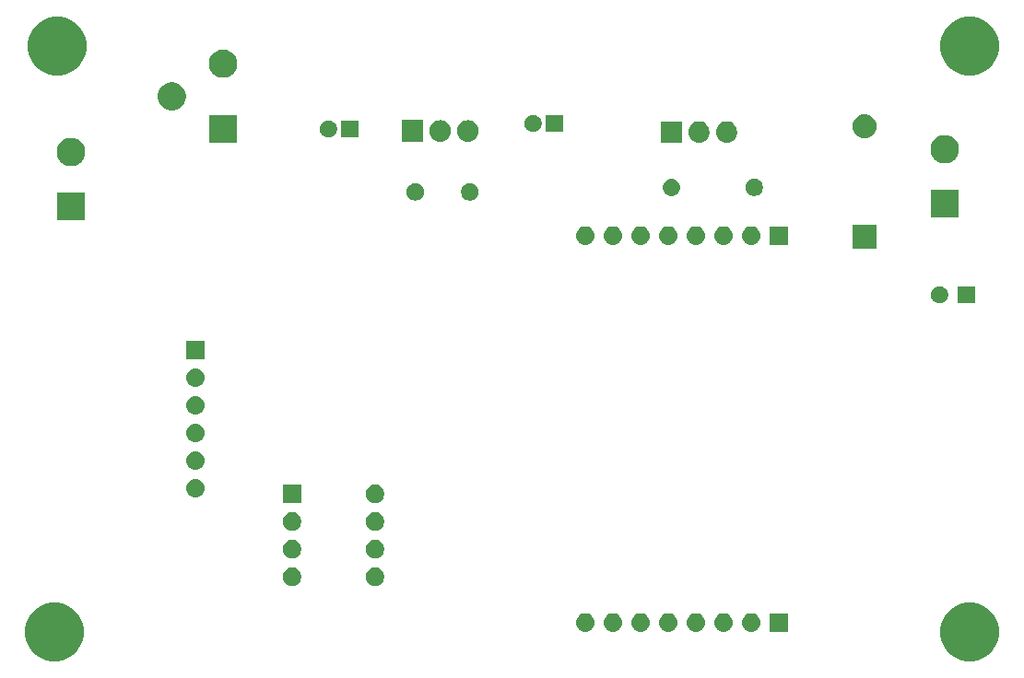
<source format=gts>
G04 #@! TF.GenerationSoftware,KiCad,Pcbnew,5.0.2+dfsg1-1~bpo9+1*
G04 #@! TF.CreationDate,2019-06-18T09:34:39+01:00*
G04 #@! TF.ProjectId,PSU,5053552e-6b69-4636-9164-5f7063625858,rev?*
G04 #@! TF.SameCoordinates,Original*
G04 #@! TF.FileFunction,Soldermask,Top*
G04 #@! TF.FilePolarity,Negative*
%FSLAX46Y46*%
G04 Gerber Fmt 4.6, Leading zero omitted, Abs format (unit mm)*
G04 Created by KiCad (PCBNEW 5.0.2+dfsg1-1~bpo9+1) date Tue 18 Jun 2019 09:34:39 IST*
%MOMM*%
%LPD*%
G01*
G04 APERTURE LIST*
%ADD10C,0.100000*%
G04 APERTURE END LIST*
D10*
G36*
X127533560Y-88081759D02*
X128024928Y-88285290D01*
X128024930Y-88285291D01*
X128461268Y-88576843D01*
X128467153Y-88580775D01*
X128843225Y-88956847D01*
X128843227Y-88956850D01*
X129007266Y-89202351D01*
X129138710Y-89399072D01*
X129342241Y-89890440D01*
X129446000Y-90412072D01*
X129446000Y-90943928D01*
X129342241Y-91465560D01*
X129138710Y-91956928D01*
X128843225Y-92399153D01*
X128467153Y-92775225D01*
X128467150Y-92775227D01*
X128024930Y-93070709D01*
X128024929Y-93070710D01*
X128024928Y-93070710D01*
X127533560Y-93274241D01*
X127011928Y-93378000D01*
X126480072Y-93378000D01*
X125958440Y-93274241D01*
X125467072Y-93070710D01*
X125467071Y-93070710D01*
X125467070Y-93070709D01*
X125024850Y-92775227D01*
X125024847Y-92775225D01*
X124648775Y-92399153D01*
X124353290Y-91956928D01*
X124149759Y-91465560D01*
X124046000Y-90943928D01*
X124046000Y-90412072D01*
X124149759Y-89890440D01*
X124353290Y-89399072D01*
X124484735Y-89202351D01*
X124648773Y-88956850D01*
X124648775Y-88956847D01*
X125024847Y-88580775D01*
X125030732Y-88576843D01*
X125467070Y-88285291D01*
X125467072Y-88285290D01*
X125958440Y-88081759D01*
X126480072Y-87978000D01*
X127011928Y-87978000D01*
X127533560Y-88081759D01*
X127533560Y-88081759D01*
G37*
G36*
X43459560Y-88081759D02*
X43950928Y-88285290D01*
X43950930Y-88285291D01*
X44387268Y-88576843D01*
X44393153Y-88580775D01*
X44769225Y-88956847D01*
X44769227Y-88956850D01*
X44933266Y-89202351D01*
X45064710Y-89399072D01*
X45268241Y-89890440D01*
X45372000Y-90412072D01*
X45372000Y-90943928D01*
X45268241Y-91465560D01*
X45064710Y-91956928D01*
X44769225Y-92399153D01*
X44393153Y-92775225D01*
X44393150Y-92775227D01*
X43950930Y-93070709D01*
X43950929Y-93070710D01*
X43950928Y-93070710D01*
X43459560Y-93274241D01*
X42937928Y-93378000D01*
X42406072Y-93378000D01*
X41884440Y-93274241D01*
X41393072Y-93070710D01*
X41393071Y-93070710D01*
X41393070Y-93070709D01*
X40950850Y-92775227D01*
X40950847Y-92775225D01*
X40574775Y-92399153D01*
X40279290Y-91956928D01*
X40075759Y-91465560D01*
X39972000Y-90943928D01*
X39972000Y-90412072D01*
X40075759Y-89890440D01*
X40279290Y-89399072D01*
X40410735Y-89202351D01*
X40574773Y-88956850D01*
X40574775Y-88956847D01*
X40950847Y-88580775D01*
X40956732Y-88576843D01*
X41393070Y-88285291D01*
X41393072Y-88285290D01*
X41884440Y-88081759D01*
X42406072Y-87978000D01*
X42937928Y-87978000D01*
X43459560Y-88081759D01*
X43459560Y-88081759D01*
G37*
G36*
X101767630Y-88968599D02*
X101927855Y-89017203D01*
X102075520Y-89096131D01*
X102204949Y-89202351D01*
X102311169Y-89331780D01*
X102390097Y-89479445D01*
X102438701Y-89639670D01*
X102455112Y-89806300D01*
X102438701Y-89972930D01*
X102390097Y-90133155D01*
X102311169Y-90280820D01*
X102204949Y-90410249D01*
X102075520Y-90516469D01*
X101927855Y-90595397D01*
X101767630Y-90644001D01*
X101642752Y-90656300D01*
X101559248Y-90656300D01*
X101434370Y-90644001D01*
X101274145Y-90595397D01*
X101126480Y-90516469D01*
X100997051Y-90410249D01*
X100890831Y-90280820D01*
X100811903Y-90133155D01*
X100763299Y-89972930D01*
X100746888Y-89806300D01*
X100763299Y-89639670D01*
X100811903Y-89479445D01*
X100890831Y-89331780D01*
X100997051Y-89202351D01*
X101126480Y-89096131D01*
X101274145Y-89017203D01*
X101434370Y-88968599D01*
X101559248Y-88956300D01*
X101642752Y-88956300D01*
X101767630Y-88968599D01*
X101767630Y-88968599D01*
G37*
G36*
X106847630Y-88968599D02*
X107007855Y-89017203D01*
X107155520Y-89096131D01*
X107284949Y-89202351D01*
X107391169Y-89331780D01*
X107470097Y-89479445D01*
X107518701Y-89639670D01*
X107535112Y-89806300D01*
X107518701Y-89972930D01*
X107470097Y-90133155D01*
X107391169Y-90280820D01*
X107284949Y-90410249D01*
X107155520Y-90516469D01*
X107007855Y-90595397D01*
X106847630Y-90644001D01*
X106722752Y-90656300D01*
X106639248Y-90656300D01*
X106514370Y-90644001D01*
X106354145Y-90595397D01*
X106206480Y-90516469D01*
X106077051Y-90410249D01*
X105970831Y-90280820D01*
X105891903Y-90133155D01*
X105843299Y-89972930D01*
X105826888Y-89806300D01*
X105843299Y-89639670D01*
X105891903Y-89479445D01*
X105970831Y-89331780D01*
X106077051Y-89202351D01*
X106206480Y-89096131D01*
X106354145Y-89017203D01*
X106514370Y-88968599D01*
X106639248Y-88956300D01*
X106722752Y-88956300D01*
X106847630Y-88968599D01*
X106847630Y-88968599D01*
G37*
G36*
X110071000Y-90656300D02*
X108371000Y-90656300D01*
X108371000Y-88956300D01*
X110071000Y-88956300D01*
X110071000Y-90656300D01*
X110071000Y-90656300D01*
G37*
G36*
X91607630Y-88968599D02*
X91767855Y-89017203D01*
X91915520Y-89096131D01*
X92044949Y-89202351D01*
X92151169Y-89331780D01*
X92230097Y-89479445D01*
X92278701Y-89639670D01*
X92295112Y-89806300D01*
X92278701Y-89972930D01*
X92230097Y-90133155D01*
X92151169Y-90280820D01*
X92044949Y-90410249D01*
X91915520Y-90516469D01*
X91767855Y-90595397D01*
X91607630Y-90644001D01*
X91482752Y-90656300D01*
X91399248Y-90656300D01*
X91274370Y-90644001D01*
X91114145Y-90595397D01*
X90966480Y-90516469D01*
X90837051Y-90410249D01*
X90730831Y-90280820D01*
X90651903Y-90133155D01*
X90603299Y-89972930D01*
X90586888Y-89806300D01*
X90603299Y-89639670D01*
X90651903Y-89479445D01*
X90730831Y-89331780D01*
X90837051Y-89202351D01*
X90966480Y-89096131D01*
X91114145Y-89017203D01*
X91274370Y-88968599D01*
X91399248Y-88956300D01*
X91482752Y-88956300D01*
X91607630Y-88968599D01*
X91607630Y-88968599D01*
G37*
G36*
X94147630Y-88968599D02*
X94307855Y-89017203D01*
X94455520Y-89096131D01*
X94584949Y-89202351D01*
X94691169Y-89331780D01*
X94770097Y-89479445D01*
X94818701Y-89639670D01*
X94835112Y-89806300D01*
X94818701Y-89972930D01*
X94770097Y-90133155D01*
X94691169Y-90280820D01*
X94584949Y-90410249D01*
X94455520Y-90516469D01*
X94307855Y-90595397D01*
X94147630Y-90644001D01*
X94022752Y-90656300D01*
X93939248Y-90656300D01*
X93814370Y-90644001D01*
X93654145Y-90595397D01*
X93506480Y-90516469D01*
X93377051Y-90410249D01*
X93270831Y-90280820D01*
X93191903Y-90133155D01*
X93143299Y-89972930D01*
X93126888Y-89806300D01*
X93143299Y-89639670D01*
X93191903Y-89479445D01*
X93270831Y-89331780D01*
X93377051Y-89202351D01*
X93506480Y-89096131D01*
X93654145Y-89017203D01*
X93814370Y-88968599D01*
X93939248Y-88956300D01*
X94022752Y-88956300D01*
X94147630Y-88968599D01*
X94147630Y-88968599D01*
G37*
G36*
X96687630Y-88968599D02*
X96847855Y-89017203D01*
X96995520Y-89096131D01*
X97124949Y-89202351D01*
X97231169Y-89331780D01*
X97310097Y-89479445D01*
X97358701Y-89639670D01*
X97375112Y-89806300D01*
X97358701Y-89972930D01*
X97310097Y-90133155D01*
X97231169Y-90280820D01*
X97124949Y-90410249D01*
X96995520Y-90516469D01*
X96847855Y-90595397D01*
X96687630Y-90644001D01*
X96562752Y-90656300D01*
X96479248Y-90656300D01*
X96354370Y-90644001D01*
X96194145Y-90595397D01*
X96046480Y-90516469D01*
X95917051Y-90410249D01*
X95810831Y-90280820D01*
X95731903Y-90133155D01*
X95683299Y-89972930D01*
X95666888Y-89806300D01*
X95683299Y-89639670D01*
X95731903Y-89479445D01*
X95810831Y-89331780D01*
X95917051Y-89202351D01*
X96046480Y-89096131D01*
X96194145Y-89017203D01*
X96354370Y-88968599D01*
X96479248Y-88956300D01*
X96562752Y-88956300D01*
X96687630Y-88968599D01*
X96687630Y-88968599D01*
G37*
G36*
X99227630Y-88968599D02*
X99387855Y-89017203D01*
X99535520Y-89096131D01*
X99664949Y-89202351D01*
X99771169Y-89331780D01*
X99850097Y-89479445D01*
X99898701Y-89639670D01*
X99915112Y-89806300D01*
X99898701Y-89972930D01*
X99850097Y-90133155D01*
X99771169Y-90280820D01*
X99664949Y-90410249D01*
X99535520Y-90516469D01*
X99387855Y-90595397D01*
X99227630Y-90644001D01*
X99102752Y-90656300D01*
X99019248Y-90656300D01*
X98894370Y-90644001D01*
X98734145Y-90595397D01*
X98586480Y-90516469D01*
X98457051Y-90410249D01*
X98350831Y-90280820D01*
X98271903Y-90133155D01*
X98223299Y-89972930D01*
X98206888Y-89806300D01*
X98223299Y-89639670D01*
X98271903Y-89479445D01*
X98350831Y-89331780D01*
X98457051Y-89202351D01*
X98586480Y-89096131D01*
X98734145Y-89017203D01*
X98894370Y-88968599D01*
X99019248Y-88956300D01*
X99102752Y-88956300D01*
X99227630Y-88968599D01*
X99227630Y-88968599D01*
G37*
G36*
X104307630Y-88968599D02*
X104467855Y-89017203D01*
X104615520Y-89096131D01*
X104744949Y-89202351D01*
X104851169Y-89331780D01*
X104930097Y-89479445D01*
X104978701Y-89639670D01*
X104995112Y-89806300D01*
X104978701Y-89972930D01*
X104930097Y-90133155D01*
X104851169Y-90280820D01*
X104744949Y-90410249D01*
X104615520Y-90516469D01*
X104467855Y-90595397D01*
X104307630Y-90644001D01*
X104182752Y-90656300D01*
X104099248Y-90656300D01*
X103974370Y-90644001D01*
X103814145Y-90595397D01*
X103666480Y-90516469D01*
X103537051Y-90410249D01*
X103430831Y-90280820D01*
X103351903Y-90133155D01*
X103303299Y-89972930D01*
X103286888Y-89806300D01*
X103303299Y-89639670D01*
X103351903Y-89479445D01*
X103430831Y-89331780D01*
X103537051Y-89202351D01*
X103666480Y-89096131D01*
X103814145Y-89017203D01*
X103974370Y-88968599D01*
X104099248Y-88956300D01*
X104182752Y-88956300D01*
X104307630Y-88968599D01*
X104307630Y-88968599D01*
G37*
G36*
X64760494Y-84792011D02*
X64913037Y-84855196D01*
X65050325Y-84946929D01*
X65167071Y-85063675D01*
X65258804Y-85200963D01*
X65321989Y-85353506D01*
X65354200Y-85515443D01*
X65354200Y-85680557D01*
X65321989Y-85842494D01*
X65258804Y-85995037D01*
X65167071Y-86132325D01*
X65050325Y-86249071D01*
X64913037Y-86340804D01*
X64760494Y-86403989D01*
X64598557Y-86436200D01*
X64433443Y-86436200D01*
X64271506Y-86403989D01*
X64118963Y-86340804D01*
X63981675Y-86249071D01*
X63864929Y-86132325D01*
X63773196Y-85995037D01*
X63710011Y-85842494D01*
X63677800Y-85680557D01*
X63677800Y-85515443D01*
X63710011Y-85353506D01*
X63773196Y-85200963D01*
X63864929Y-85063675D01*
X63981675Y-84946929D01*
X64118963Y-84855196D01*
X64271506Y-84792011D01*
X64433443Y-84759800D01*
X64598557Y-84759800D01*
X64760494Y-84792011D01*
X64760494Y-84792011D01*
G37*
G36*
X72380494Y-84792011D02*
X72533037Y-84855196D01*
X72670325Y-84946929D01*
X72787071Y-85063675D01*
X72878804Y-85200963D01*
X72941989Y-85353506D01*
X72974200Y-85515443D01*
X72974200Y-85680557D01*
X72941989Y-85842494D01*
X72878804Y-85995037D01*
X72787071Y-86132325D01*
X72670325Y-86249071D01*
X72533037Y-86340804D01*
X72380494Y-86403989D01*
X72218557Y-86436200D01*
X72053443Y-86436200D01*
X71891506Y-86403989D01*
X71738963Y-86340804D01*
X71601675Y-86249071D01*
X71484929Y-86132325D01*
X71393196Y-85995037D01*
X71330011Y-85842494D01*
X71297800Y-85680557D01*
X71297800Y-85515443D01*
X71330011Y-85353506D01*
X71393196Y-85200963D01*
X71484929Y-85063675D01*
X71601675Y-84946929D01*
X71738963Y-84855196D01*
X71891506Y-84792011D01*
X72053443Y-84759800D01*
X72218557Y-84759800D01*
X72380494Y-84792011D01*
X72380494Y-84792011D01*
G37*
G36*
X64760494Y-82252011D02*
X64913037Y-82315196D01*
X65050325Y-82406929D01*
X65167071Y-82523675D01*
X65258804Y-82660963D01*
X65321989Y-82813506D01*
X65354200Y-82975443D01*
X65354200Y-83140557D01*
X65321989Y-83302494D01*
X65258804Y-83455037D01*
X65167071Y-83592325D01*
X65050325Y-83709071D01*
X64913037Y-83800804D01*
X64760494Y-83863989D01*
X64598557Y-83896200D01*
X64433443Y-83896200D01*
X64271506Y-83863989D01*
X64118963Y-83800804D01*
X63981675Y-83709071D01*
X63864929Y-83592325D01*
X63773196Y-83455037D01*
X63710011Y-83302494D01*
X63677800Y-83140557D01*
X63677800Y-82975443D01*
X63710011Y-82813506D01*
X63773196Y-82660963D01*
X63864929Y-82523675D01*
X63981675Y-82406929D01*
X64118963Y-82315196D01*
X64271506Y-82252011D01*
X64433443Y-82219800D01*
X64598557Y-82219800D01*
X64760494Y-82252011D01*
X64760494Y-82252011D01*
G37*
G36*
X72380494Y-82252011D02*
X72533037Y-82315196D01*
X72670325Y-82406929D01*
X72787071Y-82523675D01*
X72878804Y-82660963D01*
X72941989Y-82813506D01*
X72974200Y-82975443D01*
X72974200Y-83140557D01*
X72941989Y-83302494D01*
X72878804Y-83455037D01*
X72787071Y-83592325D01*
X72670325Y-83709071D01*
X72533037Y-83800804D01*
X72380494Y-83863989D01*
X72218557Y-83896200D01*
X72053443Y-83896200D01*
X71891506Y-83863989D01*
X71738963Y-83800804D01*
X71601675Y-83709071D01*
X71484929Y-83592325D01*
X71393196Y-83455037D01*
X71330011Y-83302494D01*
X71297800Y-83140557D01*
X71297800Y-82975443D01*
X71330011Y-82813506D01*
X71393196Y-82660963D01*
X71484929Y-82523675D01*
X71601675Y-82406929D01*
X71738963Y-82315196D01*
X71891506Y-82252011D01*
X72053443Y-82219800D01*
X72218557Y-82219800D01*
X72380494Y-82252011D01*
X72380494Y-82252011D01*
G37*
G36*
X64760494Y-79712011D02*
X64913037Y-79775196D01*
X65050325Y-79866929D01*
X65167071Y-79983675D01*
X65258804Y-80120963D01*
X65321989Y-80273506D01*
X65354200Y-80435443D01*
X65354200Y-80600557D01*
X65321989Y-80762494D01*
X65258804Y-80915037D01*
X65167071Y-81052325D01*
X65050325Y-81169071D01*
X64913037Y-81260804D01*
X64760494Y-81323989D01*
X64598557Y-81356200D01*
X64433443Y-81356200D01*
X64271506Y-81323989D01*
X64118963Y-81260804D01*
X63981675Y-81169071D01*
X63864929Y-81052325D01*
X63773196Y-80915037D01*
X63710011Y-80762494D01*
X63677800Y-80600557D01*
X63677800Y-80435443D01*
X63710011Y-80273506D01*
X63773196Y-80120963D01*
X63864929Y-79983675D01*
X63981675Y-79866929D01*
X64118963Y-79775196D01*
X64271506Y-79712011D01*
X64433443Y-79679800D01*
X64598557Y-79679800D01*
X64760494Y-79712011D01*
X64760494Y-79712011D01*
G37*
G36*
X72380494Y-79712011D02*
X72533037Y-79775196D01*
X72670325Y-79866929D01*
X72787071Y-79983675D01*
X72878804Y-80120963D01*
X72941989Y-80273506D01*
X72974200Y-80435443D01*
X72974200Y-80600557D01*
X72941989Y-80762494D01*
X72878804Y-80915037D01*
X72787071Y-81052325D01*
X72670325Y-81169071D01*
X72533037Y-81260804D01*
X72380494Y-81323989D01*
X72218557Y-81356200D01*
X72053443Y-81356200D01*
X71891506Y-81323989D01*
X71738963Y-81260804D01*
X71601675Y-81169071D01*
X71484929Y-81052325D01*
X71393196Y-80915037D01*
X71330011Y-80762494D01*
X71297800Y-80600557D01*
X71297800Y-80435443D01*
X71330011Y-80273506D01*
X71393196Y-80120963D01*
X71484929Y-79983675D01*
X71601675Y-79866929D01*
X71738963Y-79775196D01*
X71891506Y-79712011D01*
X72053443Y-79679800D01*
X72218557Y-79679800D01*
X72380494Y-79712011D01*
X72380494Y-79712011D01*
G37*
G36*
X65354200Y-78816200D02*
X63677800Y-78816200D01*
X63677800Y-77139800D01*
X65354200Y-77139800D01*
X65354200Y-78816200D01*
X65354200Y-78816200D01*
G37*
G36*
X72380494Y-77172011D02*
X72533037Y-77235196D01*
X72670325Y-77326929D01*
X72787071Y-77443675D01*
X72878804Y-77580963D01*
X72941989Y-77733506D01*
X72974200Y-77895443D01*
X72974200Y-78060557D01*
X72941989Y-78222494D01*
X72878804Y-78375037D01*
X72787071Y-78512325D01*
X72670325Y-78629071D01*
X72533037Y-78720804D01*
X72380494Y-78783989D01*
X72218557Y-78816200D01*
X72053443Y-78816200D01*
X71891506Y-78783989D01*
X71738963Y-78720804D01*
X71601675Y-78629071D01*
X71484929Y-78512325D01*
X71393196Y-78375037D01*
X71330011Y-78222494D01*
X71297800Y-78060557D01*
X71297800Y-77895443D01*
X71330011Y-77733506D01*
X71393196Y-77580963D01*
X71484929Y-77443675D01*
X71601675Y-77326929D01*
X71738963Y-77235196D01*
X71891506Y-77172011D01*
X72053443Y-77139800D01*
X72218557Y-77139800D01*
X72380494Y-77172011D01*
X72380494Y-77172011D01*
G37*
G36*
X55792630Y-76632299D02*
X55952855Y-76680903D01*
X56100520Y-76759831D01*
X56229949Y-76866051D01*
X56336169Y-76995480D01*
X56415097Y-77143145D01*
X56463701Y-77303370D01*
X56480112Y-77470000D01*
X56463701Y-77636630D01*
X56415097Y-77796855D01*
X56336169Y-77944520D01*
X56229949Y-78073949D01*
X56100520Y-78180169D01*
X55952855Y-78259097D01*
X55792630Y-78307701D01*
X55667752Y-78320000D01*
X55584248Y-78320000D01*
X55459370Y-78307701D01*
X55299145Y-78259097D01*
X55151480Y-78180169D01*
X55022051Y-78073949D01*
X54915831Y-77944520D01*
X54836903Y-77796855D01*
X54788299Y-77636630D01*
X54771888Y-77470000D01*
X54788299Y-77303370D01*
X54836903Y-77143145D01*
X54915831Y-76995480D01*
X55022051Y-76866051D01*
X55151480Y-76759831D01*
X55299145Y-76680903D01*
X55459370Y-76632299D01*
X55584248Y-76620000D01*
X55667752Y-76620000D01*
X55792630Y-76632299D01*
X55792630Y-76632299D01*
G37*
G36*
X55792630Y-74092299D02*
X55952855Y-74140903D01*
X56100520Y-74219831D01*
X56229949Y-74326051D01*
X56336169Y-74455480D01*
X56415097Y-74603145D01*
X56463701Y-74763370D01*
X56480112Y-74930000D01*
X56463701Y-75096630D01*
X56415097Y-75256855D01*
X56336169Y-75404520D01*
X56229949Y-75533949D01*
X56100520Y-75640169D01*
X55952855Y-75719097D01*
X55792630Y-75767701D01*
X55667752Y-75780000D01*
X55584248Y-75780000D01*
X55459370Y-75767701D01*
X55299145Y-75719097D01*
X55151480Y-75640169D01*
X55022051Y-75533949D01*
X54915831Y-75404520D01*
X54836903Y-75256855D01*
X54788299Y-75096630D01*
X54771888Y-74930000D01*
X54788299Y-74763370D01*
X54836903Y-74603145D01*
X54915831Y-74455480D01*
X55022051Y-74326051D01*
X55151480Y-74219831D01*
X55299145Y-74140903D01*
X55459370Y-74092299D01*
X55584248Y-74080000D01*
X55667752Y-74080000D01*
X55792630Y-74092299D01*
X55792630Y-74092299D01*
G37*
G36*
X55792630Y-71552299D02*
X55952855Y-71600903D01*
X56100520Y-71679831D01*
X56229949Y-71786051D01*
X56336169Y-71915480D01*
X56415097Y-72063145D01*
X56463701Y-72223370D01*
X56480112Y-72390000D01*
X56463701Y-72556630D01*
X56415097Y-72716855D01*
X56336169Y-72864520D01*
X56229949Y-72993949D01*
X56100520Y-73100169D01*
X55952855Y-73179097D01*
X55792630Y-73227701D01*
X55667752Y-73240000D01*
X55584248Y-73240000D01*
X55459370Y-73227701D01*
X55299145Y-73179097D01*
X55151480Y-73100169D01*
X55022051Y-72993949D01*
X54915831Y-72864520D01*
X54836903Y-72716855D01*
X54788299Y-72556630D01*
X54771888Y-72390000D01*
X54788299Y-72223370D01*
X54836903Y-72063145D01*
X54915831Y-71915480D01*
X55022051Y-71786051D01*
X55151480Y-71679831D01*
X55299145Y-71600903D01*
X55459370Y-71552299D01*
X55584248Y-71540000D01*
X55667752Y-71540000D01*
X55792630Y-71552299D01*
X55792630Y-71552299D01*
G37*
G36*
X55792630Y-69012299D02*
X55952855Y-69060903D01*
X56100520Y-69139831D01*
X56229949Y-69246051D01*
X56336169Y-69375480D01*
X56415097Y-69523145D01*
X56463701Y-69683370D01*
X56480112Y-69850000D01*
X56463701Y-70016630D01*
X56415097Y-70176855D01*
X56336169Y-70324520D01*
X56229949Y-70453949D01*
X56100520Y-70560169D01*
X55952855Y-70639097D01*
X55792630Y-70687701D01*
X55667752Y-70700000D01*
X55584248Y-70700000D01*
X55459370Y-70687701D01*
X55299145Y-70639097D01*
X55151480Y-70560169D01*
X55022051Y-70453949D01*
X54915831Y-70324520D01*
X54836903Y-70176855D01*
X54788299Y-70016630D01*
X54771888Y-69850000D01*
X54788299Y-69683370D01*
X54836903Y-69523145D01*
X54915831Y-69375480D01*
X55022051Y-69246051D01*
X55151480Y-69139831D01*
X55299145Y-69060903D01*
X55459370Y-69012299D01*
X55584248Y-69000000D01*
X55667752Y-69000000D01*
X55792630Y-69012299D01*
X55792630Y-69012299D01*
G37*
G36*
X55792630Y-66472299D02*
X55952855Y-66520903D01*
X56100520Y-66599831D01*
X56229949Y-66706051D01*
X56336169Y-66835480D01*
X56415097Y-66983145D01*
X56463701Y-67143370D01*
X56480112Y-67310000D01*
X56463701Y-67476630D01*
X56415097Y-67636855D01*
X56336169Y-67784520D01*
X56229949Y-67913949D01*
X56100520Y-68020169D01*
X55952855Y-68099097D01*
X55792630Y-68147701D01*
X55667752Y-68160000D01*
X55584248Y-68160000D01*
X55459370Y-68147701D01*
X55299145Y-68099097D01*
X55151480Y-68020169D01*
X55022051Y-67913949D01*
X54915831Y-67784520D01*
X54836903Y-67636855D01*
X54788299Y-67476630D01*
X54771888Y-67310000D01*
X54788299Y-67143370D01*
X54836903Y-66983145D01*
X54915831Y-66835480D01*
X55022051Y-66706051D01*
X55151480Y-66599831D01*
X55299145Y-66520903D01*
X55459370Y-66472299D01*
X55584248Y-66460000D01*
X55667752Y-66460000D01*
X55792630Y-66472299D01*
X55792630Y-66472299D01*
G37*
G36*
X56476000Y-65620000D02*
X54776000Y-65620000D01*
X54776000Y-63920000D01*
X56476000Y-63920000D01*
X56476000Y-65620000D01*
X56476000Y-65620000D01*
G37*
G36*
X127292000Y-60490000D02*
X125692000Y-60490000D01*
X125692000Y-58890000D01*
X127292000Y-58890000D01*
X127292000Y-60490000D01*
X127292000Y-60490000D01*
G37*
G36*
X124225352Y-58920743D02*
X124370941Y-58981048D01*
X124501973Y-59068601D01*
X124613399Y-59180027D01*
X124700952Y-59311059D01*
X124761257Y-59456648D01*
X124792000Y-59611205D01*
X124792000Y-59768795D01*
X124761257Y-59923352D01*
X124700952Y-60068941D01*
X124613399Y-60199973D01*
X124501973Y-60311399D01*
X124370941Y-60398952D01*
X124225352Y-60459257D01*
X124070795Y-60490000D01*
X123913205Y-60490000D01*
X123758648Y-60459257D01*
X123613059Y-60398952D01*
X123482027Y-60311399D01*
X123370601Y-60199973D01*
X123283048Y-60068941D01*
X123222743Y-59923352D01*
X123192000Y-59768795D01*
X123192000Y-59611205D01*
X123222743Y-59456648D01*
X123283048Y-59311059D01*
X123370601Y-59180027D01*
X123482027Y-59068601D01*
X123613059Y-58981048D01*
X123758648Y-58920743D01*
X123913205Y-58890000D01*
X124070795Y-58890000D01*
X124225352Y-58920743D01*
X124225352Y-58920743D01*
G37*
G36*
X118194000Y-55456000D02*
X115994000Y-55456000D01*
X115994000Y-53256000D01*
X118194000Y-53256000D01*
X118194000Y-55456000D01*
X118194000Y-55456000D01*
G37*
G36*
X94147630Y-53408599D02*
X94307855Y-53457203D01*
X94455520Y-53536131D01*
X94584949Y-53642351D01*
X94691169Y-53771780D01*
X94770097Y-53919445D01*
X94818701Y-54079670D01*
X94835112Y-54246300D01*
X94818701Y-54412930D01*
X94770097Y-54573155D01*
X94691169Y-54720820D01*
X94584949Y-54850249D01*
X94455520Y-54956469D01*
X94307855Y-55035397D01*
X94147630Y-55084001D01*
X94022752Y-55096300D01*
X93939248Y-55096300D01*
X93814370Y-55084001D01*
X93654145Y-55035397D01*
X93506480Y-54956469D01*
X93377051Y-54850249D01*
X93270831Y-54720820D01*
X93191903Y-54573155D01*
X93143299Y-54412930D01*
X93126888Y-54246300D01*
X93143299Y-54079670D01*
X93191903Y-53919445D01*
X93270831Y-53771780D01*
X93377051Y-53642351D01*
X93506480Y-53536131D01*
X93654145Y-53457203D01*
X93814370Y-53408599D01*
X93939248Y-53396300D01*
X94022752Y-53396300D01*
X94147630Y-53408599D01*
X94147630Y-53408599D01*
G37*
G36*
X96687630Y-53408599D02*
X96847855Y-53457203D01*
X96995520Y-53536131D01*
X97124949Y-53642351D01*
X97231169Y-53771780D01*
X97310097Y-53919445D01*
X97358701Y-54079670D01*
X97375112Y-54246300D01*
X97358701Y-54412930D01*
X97310097Y-54573155D01*
X97231169Y-54720820D01*
X97124949Y-54850249D01*
X96995520Y-54956469D01*
X96847855Y-55035397D01*
X96687630Y-55084001D01*
X96562752Y-55096300D01*
X96479248Y-55096300D01*
X96354370Y-55084001D01*
X96194145Y-55035397D01*
X96046480Y-54956469D01*
X95917051Y-54850249D01*
X95810831Y-54720820D01*
X95731903Y-54573155D01*
X95683299Y-54412930D01*
X95666888Y-54246300D01*
X95683299Y-54079670D01*
X95731903Y-53919445D01*
X95810831Y-53771780D01*
X95917051Y-53642351D01*
X96046480Y-53536131D01*
X96194145Y-53457203D01*
X96354370Y-53408599D01*
X96479248Y-53396300D01*
X96562752Y-53396300D01*
X96687630Y-53408599D01*
X96687630Y-53408599D01*
G37*
G36*
X99227630Y-53408599D02*
X99387855Y-53457203D01*
X99535520Y-53536131D01*
X99664949Y-53642351D01*
X99771169Y-53771780D01*
X99850097Y-53919445D01*
X99898701Y-54079670D01*
X99915112Y-54246300D01*
X99898701Y-54412930D01*
X99850097Y-54573155D01*
X99771169Y-54720820D01*
X99664949Y-54850249D01*
X99535520Y-54956469D01*
X99387855Y-55035397D01*
X99227630Y-55084001D01*
X99102752Y-55096300D01*
X99019248Y-55096300D01*
X98894370Y-55084001D01*
X98734145Y-55035397D01*
X98586480Y-54956469D01*
X98457051Y-54850249D01*
X98350831Y-54720820D01*
X98271903Y-54573155D01*
X98223299Y-54412930D01*
X98206888Y-54246300D01*
X98223299Y-54079670D01*
X98271903Y-53919445D01*
X98350831Y-53771780D01*
X98457051Y-53642351D01*
X98586480Y-53536131D01*
X98734145Y-53457203D01*
X98894370Y-53408599D01*
X99019248Y-53396300D01*
X99102752Y-53396300D01*
X99227630Y-53408599D01*
X99227630Y-53408599D01*
G37*
G36*
X101767630Y-53408599D02*
X101927855Y-53457203D01*
X102075520Y-53536131D01*
X102204949Y-53642351D01*
X102311169Y-53771780D01*
X102390097Y-53919445D01*
X102438701Y-54079670D01*
X102455112Y-54246300D01*
X102438701Y-54412930D01*
X102390097Y-54573155D01*
X102311169Y-54720820D01*
X102204949Y-54850249D01*
X102075520Y-54956469D01*
X101927855Y-55035397D01*
X101767630Y-55084001D01*
X101642752Y-55096300D01*
X101559248Y-55096300D01*
X101434370Y-55084001D01*
X101274145Y-55035397D01*
X101126480Y-54956469D01*
X100997051Y-54850249D01*
X100890831Y-54720820D01*
X100811903Y-54573155D01*
X100763299Y-54412930D01*
X100746888Y-54246300D01*
X100763299Y-54079670D01*
X100811903Y-53919445D01*
X100890831Y-53771780D01*
X100997051Y-53642351D01*
X101126480Y-53536131D01*
X101274145Y-53457203D01*
X101434370Y-53408599D01*
X101559248Y-53396300D01*
X101642752Y-53396300D01*
X101767630Y-53408599D01*
X101767630Y-53408599D01*
G37*
G36*
X106847630Y-53408599D02*
X107007855Y-53457203D01*
X107155520Y-53536131D01*
X107284949Y-53642351D01*
X107391169Y-53771780D01*
X107470097Y-53919445D01*
X107518701Y-54079670D01*
X107535112Y-54246300D01*
X107518701Y-54412930D01*
X107470097Y-54573155D01*
X107391169Y-54720820D01*
X107284949Y-54850249D01*
X107155520Y-54956469D01*
X107007855Y-55035397D01*
X106847630Y-55084001D01*
X106722752Y-55096300D01*
X106639248Y-55096300D01*
X106514370Y-55084001D01*
X106354145Y-55035397D01*
X106206480Y-54956469D01*
X106077051Y-54850249D01*
X105970831Y-54720820D01*
X105891903Y-54573155D01*
X105843299Y-54412930D01*
X105826888Y-54246300D01*
X105843299Y-54079670D01*
X105891903Y-53919445D01*
X105970831Y-53771780D01*
X106077051Y-53642351D01*
X106206480Y-53536131D01*
X106354145Y-53457203D01*
X106514370Y-53408599D01*
X106639248Y-53396300D01*
X106722752Y-53396300D01*
X106847630Y-53408599D01*
X106847630Y-53408599D01*
G37*
G36*
X91607630Y-53408599D02*
X91767855Y-53457203D01*
X91915520Y-53536131D01*
X92044949Y-53642351D01*
X92151169Y-53771780D01*
X92230097Y-53919445D01*
X92278701Y-54079670D01*
X92295112Y-54246300D01*
X92278701Y-54412930D01*
X92230097Y-54573155D01*
X92151169Y-54720820D01*
X92044949Y-54850249D01*
X91915520Y-54956469D01*
X91767855Y-55035397D01*
X91607630Y-55084001D01*
X91482752Y-55096300D01*
X91399248Y-55096300D01*
X91274370Y-55084001D01*
X91114145Y-55035397D01*
X90966480Y-54956469D01*
X90837051Y-54850249D01*
X90730831Y-54720820D01*
X90651903Y-54573155D01*
X90603299Y-54412930D01*
X90586888Y-54246300D01*
X90603299Y-54079670D01*
X90651903Y-53919445D01*
X90730831Y-53771780D01*
X90837051Y-53642351D01*
X90966480Y-53536131D01*
X91114145Y-53457203D01*
X91274370Y-53408599D01*
X91399248Y-53396300D01*
X91482752Y-53396300D01*
X91607630Y-53408599D01*
X91607630Y-53408599D01*
G37*
G36*
X110071000Y-55096300D02*
X108371000Y-55096300D01*
X108371000Y-53396300D01*
X110071000Y-53396300D01*
X110071000Y-55096300D01*
X110071000Y-55096300D01*
G37*
G36*
X104307630Y-53408599D02*
X104467855Y-53457203D01*
X104615520Y-53536131D01*
X104744949Y-53642351D01*
X104851169Y-53771780D01*
X104930097Y-53919445D01*
X104978701Y-54079670D01*
X104995112Y-54246300D01*
X104978701Y-54412930D01*
X104930097Y-54573155D01*
X104851169Y-54720820D01*
X104744949Y-54850249D01*
X104615520Y-54956469D01*
X104467855Y-55035397D01*
X104307630Y-55084001D01*
X104182752Y-55096300D01*
X104099248Y-55096300D01*
X103974370Y-55084001D01*
X103814145Y-55035397D01*
X103666480Y-54956469D01*
X103537051Y-54850249D01*
X103430831Y-54720820D01*
X103351903Y-54573155D01*
X103303299Y-54412930D01*
X103286888Y-54246300D01*
X103303299Y-54079670D01*
X103351903Y-53919445D01*
X103430831Y-53771780D01*
X103537051Y-53642351D01*
X103666480Y-53536131D01*
X103814145Y-53457203D01*
X103974370Y-53408599D01*
X104099248Y-53396300D01*
X104182752Y-53396300D01*
X104307630Y-53408599D01*
X104307630Y-53408599D01*
G37*
G36*
X45496000Y-52862000D02*
X42896000Y-52862000D01*
X42896000Y-50262000D01*
X45496000Y-50262000D01*
X45496000Y-52862000D01*
X45496000Y-52862000D01*
G37*
G36*
X125760000Y-52608000D02*
X123160000Y-52608000D01*
X123160000Y-50008000D01*
X125760000Y-50008000D01*
X125760000Y-52608000D01*
X125760000Y-52608000D01*
G37*
G36*
X76062952Y-49456443D02*
X76208541Y-49516748D01*
X76339573Y-49604301D01*
X76450999Y-49715727D01*
X76538552Y-49846759D01*
X76598857Y-49992348D01*
X76629600Y-50146905D01*
X76629600Y-50304495D01*
X76598857Y-50459052D01*
X76538552Y-50604641D01*
X76450999Y-50735673D01*
X76339573Y-50847099D01*
X76208541Y-50934652D01*
X76062952Y-50994957D01*
X75908395Y-51025700D01*
X75750805Y-51025700D01*
X75596248Y-50994957D01*
X75450659Y-50934652D01*
X75319627Y-50847099D01*
X75208201Y-50735673D01*
X75120648Y-50604641D01*
X75060343Y-50459052D01*
X75029600Y-50304495D01*
X75029600Y-50146905D01*
X75060343Y-49992348D01*
X75120648Y-49846759D01*
X75208201Y-49715727D01*
X75319627Y-49604301D01*
X75450659Y-49516748D01*
X75596248Y-49456443D01*
X75750805Y-49425700D01*
X75908395Y-49425700D01*
X76062952Y-49456443D01*
X76062952Y-49456443D01*
G37*
G36*
X81062952Y-49456443D02*
X81208541Y-49516748D01*
X81339573Y-49604301D01*
X81450999Y-49715727D01*
X81538552Y-49846759D01*
X81598857Y-49992348D01*
X81629600Y-50146905D01*
X81629600Y-50304495D01*
X81598857Y-50459052D01*
X81538552Y-50604641D01*
X81450999Y-50735673D01*
X81339573Y-50847099D01*
X81208541Y-50934652D01*
X81062952Y-50994957D01*
X80908395Y-51025700D01*
X80750805Y-51025700D01*
X80596248Y-50994957D01*
X80450659Y-50934652D01*
X80319627Y-50847099D01*
X80208201Y-50735673D01*
X80120648Y-50604641D01*
X80060343Y-50459052D01*
X80029600Y-50304495D01*
X80029600Y-50146905D01*
X80060343Y-49992348D01*
X80120648Y-49846759D01*
X80208201Y-49715727D01*
X80319627Y-49604301D01*
X80450659Y-49516748D01*
X80596248Y-49456443D01*
X80750805Y-49425700D01*
X80908395Y-49425700D01*
X81062952Y-49456443D01*
X81062952Y-49456443D01*
G37*
G36*
X107207352Y-49049143D02*
X107352941Y-49109448D01*
X107483973Y-49197001D01*
X107595399Y-49308427D01*
X107682952Y-49439459D01*
X107743257Y-49585048D01*
X107774000Y-49739605D01*
X107774000Y-49897195D01*
X107743257Y-50051752D01*
X107682952Y-50197341D01*
X107595399Y-50328373D01*
X107483973Y-50439799D01*
X107352941Y-50527352D01*
X107207352Y-50587657D01*
X107052795Y-50618400D01*
X106895205Y-50618400D01*
X106740648Y-50587657D01*
X106595059Y-50527352D01*
X106464027Y-50439799D01*
X106352601Y-50328373D01*
X106265048Y-50197341D01*
X106204743Y-50051752D01*
X106174000Y-49897195D01*
X106174000Y-49739605D01*
X106204743Y-49585048D01*
X106265048Y-49439459D01*
X106352601Y-49308427D01*
X106464027Y-49197001D01*
X106595059Y-49109448D01*
X106740648Y-49049143D01*
X106895205Y-49018400D01*
X107052795Y-49018400D01*
X107207352Y-49049143D01*
X107207352Y-49049143D01*
G37*
G36*
X99471649Y-49026117D02*
X99510827Y-49029976D01*
X99574012Y-49049143D01*
X99661629Y-49075721D01*
X99800608Y-49150008D01*
X99922422Y-49249978D01*
X100022392Y-49371792D01*
X100096679Y-49510771D01*
X100142424Y-49661574D01*
X100157870Y-49818400D01*
X100142424Y-49975226D01*
X100096679Y-50126029D01*
X100022392Y-50265008D01*
X99922422Y-50386822D01*
X99800608Y-50486792D01*
X99661629Y-50561079D01*
X99586227Y-50583952D01*
X99510827Y-50606824D01*
X99471649Y-50610683D01*
X99393295Y-50618400D01*
X99314705Y-50618400D01*
X99236351Y-50610683D01*
X99197173Y-50606824D01*
X99121773Y-50583952D01*
X99046371Y-50561079D01*
X98907392Y-50486792D01*
X98785578Y-50386822D01*
X98685608Y-50265008D01*
X98611321Y-50126029D01*
X98565576Y-49975226D01*
X98550130Y-49818400D01*
X98565576Y-49661574D01*
X98611321Y-49510771D01*
X98685608Y-49371792D01*
X98785578Y-49249978D01*
X98907392Y-49150008D01*
X99046371Y-49075721D01*
X99133988Y-49049143D01*
X99197173Y-49029976D01*
X99236351Y-49026117D01*
X99314705Y-49018400D01*
X99393295Y-49018400D01*
X99471649Y-49026117D01*
X99471649Y-49026117D01*
G37*
G36*
X44575196Y-45311958D02*
X44811780Y-45409954D01*
X45024705Y-45552226D01*
X45205774Y-45733295D01*
X45348046Y-45946220D01*
X45446042Y-46182804D01*
X45496000Y-46433960D01*
X45496000Y-46690040D01*
X45446042Y-46941196D01*
X45348046Y-47177780D01*
X45205774Y-47390705D01*
X45024705Y-47571774D01*
X44811780Y-47714046D01*
X44575196Y-47812042D01*
X44324040Y-47862000D01*
X44067960Y-47862000D01*
X43816804Y-47812042D01*
X43580220Y-47714046D01*
X43367295Y-47571774D01*
X43186226Y-47390705D01*
X43043954Y-47177780D01*
X42945958Y-46941196D01*
X42896000Y-46690040D01*
X42896000Y-46433960D01*
X42945958Y-46182804D01*
X43043954Y-45946220D01*
X43186226Y-45733295D01*
X43367295Y-45552226D01*
X43580220Y-45409954D01*
X43816804Y-45311958D01*
X44067960Y-45262000D01*
X44324040Y-45262000D01*
X44575196Y-45311958D01*
X44575196Y-45311958D01*
G37*
G36*
X124839196Y-45057958D02*
X125075780Y-45155954D01*
X125288705Y-45298226D01*
X125469774Y-45479295D01*
X125612046Y-45692220D01*
X125710042Y-45928804D01*
X125760000Y-46179960D01*
X125760000Y-46436040D01*
X125710042Y-46687196D01*
X125612046Y-46923780D01*
X125469774Y-47136705D01*
X125288705Y-47317774D01*
X125075780Y-47460046D01*
X124839196Y-47558042D01*
X124588040Y-47608000D01*
X124331960Y-47608000D01*
X124080804Y-47558042D01*
X123844220Y-47460046D01*
X123631295Y-47317774D01*
X123450226Y-47136705D01*
X123307954Y-46923780D01*
X123209958Y-46687196D01*
X123160000Y-46436040D01*
X123160000Y-46179960D01*
X123209958Y-45928804D01*
X123307954Y-45692220D01*
X123450226Y-45479295D01*
X123631295Y-45298226D01*
X123844220Y-45155954D01*
X124080804Y-45057958D01*
X124331960Y-45008000D01*
X124588040Y-45008000D01*
X124839196Y-45057958D01*
X124839196Y-45057958D01*
G37*
G36*
X59466000Y-45750000D02*
X56866000Y-45750000D01*
X56866000Y-43150000D01*
X59466000Y-43150000D01*
X59466000Y-45750000D01*
X59466000Y-45750000D01*
G37*
G36*
X104620723Y-43752182D02*
X104800268Y-43806647D01*
X104965741Y-43895093D01*
X105110778Y-44014122D01*
X105229807Y-44159159D01*
X105318253Y-44324631D01*
X105372718Y-44504176D01*
X105386500Y-44644111D01*
X105386500Y-44832688D01*
X105372718Y-44972623D01*
X105318253Y-45152168D01*
X105229807Y-45317641D01*
X105110778Y-45462678D01*
X104965741Y-45581707D01*
X104800269Y-45670153D01*
X104620724Y-45724618D01*
X104434000Y-45743008D01*
X104247277Y-45724618D01*
X104067732Y-45670153D01*
X103902264Y-45581709D01*
X103902263Y-45581708D01*
X103902259Y-45581706D01*
X103757222Y-45462678D01*
X103757221Y-45462676D01*
X103757219Y-45462675D01*
X103638193Y-45317641D01*
X103549747Y-45152169D01*
X103495282Y-44972624D01*
X103481500Y-44832689D01*
X103481500Y-44644112D01*
X103495282Y-44504177D01*
X103549747Y-44324632D01*
X103638193Y-44159159D01*
X103757222Y-44014122D01*
X103902259Y-43895093D01*
X104067731Y-43806647D01*
X104247276Y-43752182D01*
X104434000Y-43733792D01*
X104620723Y-43752182D01*
X104620723Y-43752182D01*
G37*
G36*
X102080723Y-43752182D02*
X102260268Y-43806647D01*
X102425741Y-43895093D01*
X102570778Y-44014122D01*
X102689807Y-44159159D01*
X102778253Y-44324631D01*
X102832718Y-44504176D01*
X102846500Y-44644111D01*
X102846500Y-44832688D01*
X102832718Y-44972623D01*
X102778253Y-45152168D01*
X102689807Y-45317641D01*
X102570778Y-45462678D01*
X102425741Y-45581707D01*
X102260269Y-45670153D01*
X102080724Y-45724618D01*
X101894000Y-45743008D01*
X101707277Y-45724618D01*
X101527732Y-45670153D01*
X101362264Y-45581709D01*
X101362263Y-45581708D01*
X101362259Y-45581706D01*
X101217222Y-45462678D01*
X101217221Y-45462676D01*
X101217219Y-45462675D01*
X101098193Y-45317641D01*
X101009747Y-45152169D01*
X100955282Y-44972624D01*
X100941500Y-44832689D01*
X100941500Y-44644112D01*
X100955282Y-44504177D01*
X101009747Y-44324632D01*
X101098193Y-44159159D01*
X101217222Y-44014122D01*
X101362259Y-43895093D01*
X101527731Y-43806647D01*
X101707276Y-43752182D01*
X101894000Y-43733792D01*
X102080723Y-43752182D01*
X102080723Y-43752182D01*
G37*
G36*
X100306500Y-45738400D02*
X98401500Y-45738400D01*
X98401500Y-43738400D01*
X100306500Y-43738400D01*
X100306500Y-45738400D01*
X100306500Y-45738400D01*
G37*
G36*
X80842323Y-43651482D02*
X81021868Y-43705947D01*
X81187341Y-43794393D01*
X81332378Y-43913422D01*
X81451407Y-44058459D01*
X81539853Y-44223931D01*
X81594318Y-44403476D01*
X81608100Y-44543411D01*
X81608100Y-44731988D01*
X81594318Y-44871923D01*
X81539853Y-45051468D01*
X81451407Y-45216941D01*
X81332378Y-45361978D01*
X81187341Y-45481007D01*
X81021869Y-45569453D01*
X80842324Y-45623918D01*
X80655600Y-45642308D01*
X80468877Y-45623918D01*
X80289332Y-45569453D01*
X80123864Y-45481009D01*
X80123863Y-45481008D01*
X80123859Y-45481006D01*
X79978822Y-45361978D01*
X79978821Y-45361976D01*
X79978819Y-45361975D01*
X79859793Y-45216941D01*
X79771347Y-45051469D01*
X79716882Y-44871924D01*
X79703100Y-44731989D01*
X79703100Y-44543412D01*
X79716882Y-44403477D01*
X79771347Y-44223932D01*
X79859793Y-44058459D01*
X79978822Y-43913422D01*
X80123859Y-43794393D01*
X80289331Y-43705947D01*
X80468876Y-43651482D01*
X80655600Y-43633092D01*
X80842323Y-43651482D01*
X80842323Y-43651482D01*
G37*
G36*
X78302323Y-43651482D02*
X78481868Y-43705947D01*
X78647341Y-43794393D01*
X78792378Y-43913422D01*
X78911407Y-44058459D01*
X78999853Y-44223931D01*
X79054318Y-44403476D01*
X79068100Y-44543411D01*
X79068100Y-44731988D01*
X79054318Y-44871923D01*
X78999853Y-45051468D01*
X78911407Y-45216941D01*
X78792378Y-45361978D01*
X78647341Y-45481007D01*
X78481869Y-45569453D01*
X78302324Y-45623918D01*
X78115600Y-45642308D01*
X77928877Y-45623918D01*
X77749332Y-45569453D01*
X77583864Y-45481009D01*
X77583863Y-45481008D01*
X77583859Y-45481006D01*
X77438822Y-45361978D01*
X77438821Y-45361976D01*
X77438819Y-45361975D01*
X77319793Y-45216941D01*
X77231347Y-45051469D01*
X77176882Y-44871924D01*
X77163100Y-44731989D01*
X77163100Y-44543412D01*
X77176882Y-44403477D01*
X77231347Y-44223932D01*
X77319793Y-44058459D01*
X77438822Y-43913422D01*
X77583859Y-43794393D01*
X77749331Y-43705947D01*
X77928876Y-43651482D01*
X78115600Y-43633092D01*
X78302323Y-43651482D01*
X78302323Y-43651482D01*
G37*
G36*
X76528100Y-45637700D02*
X74623100Y-45637700D01*
X74623100Y-43637700D01*
X76528100Y-43637700D01*
X76528100Y-45637700D01*
X76528100Y-45637700D01*
G37*
G36*
X117309639Y-43111916D02*
X117516986Y-43174815D01*
X117516988Y-43174816D01*
X117708084Y-43276958D01*
X117875581Y-43414419D01*
X118013042Y-43581916D01*
X118104050Y-43752182D01*
X118115185Y-43773014D01*
X118178084Y-43980361D01*
X118199322Y-44196000D01*
X118178084Y-44411639D01*
X118132047Y-44563401D01*
X118115184Y-44618988D01*
X118013042Y-44810084D01*
X117875581Y-44977581D01*
X117708084Y-45115042D01*
X117516988Y-45217184D01*
X117516986Y-45217185D01*
X117309639Y-45280084D01*
X117148038Y-45296000D01*
X117039962Y-45296000D01*
X116878361Y-45280084D01*
X116671014Y-45217185D01*
X116671012Y-45217184D01*
X116479916Y-45115042D01*
X116312419Y-44977581D01*
X116174958Y-44810084D01*
X116072816Y-44618988D01*
X116055954Y-44563401D01*
X116009916Y-44411639D01*
X115988678Y-44196000D01*
X116009916Y-43980361D01*
X116072815Y-43773014D01*
X116083950Y-43752182D01*
X116174958Y-43581916D01*
X116312419Y-43414419D01*
X116479916Y-43276958D01*
X116671012Y-43174816D01*
X116671014Y-43174815D01*
X116878361Y-43111916D01*
X117039962Y-43096000D01*
X117148038Y-43096000D01*
X117309639Y-43111916D01*
X117309639Y-43111916D01*
G37*
G36*
X70650000Y-45250000D02*
X69050000Y-45250000D01*
X69050000Y-43650000D01*
X70650000Y-43650000D01*
X70650000Y-45250000D01*
X70650000Y-45250000D01*
G37*
G36*
X68083352Y-43680743D02*
X68228941Y-43741048D01*
X68359973Y-43828601D01*
X68471399Y-43940027D01*
X68558952Y-44071059D01*
X68619257Y-44216648D01*
X68650000Y-44371205D01*
X68650000Y-44528795D01*
X68619257Y-44683352D01*
X68558952Y-44828941D01*
X68471399Y-44959973D01*
X68359973Y-45071399D01*
X68228941Y-45158952D01*
X68083352Y-45219257D01*
X67928795Y-45250000D01*
X67771205Y-45250000D01*
X67616648Y-45219257D01*
X67471059Y-45158952D01*
X67340027Y-45071399D01*
X67228601Y-44959973D01*
X67141048Y-44828941D01*
X67080743Y-44683352D01*
X67050000Y-44528795D01*
X67050000Y-44371205D01*
X67080743Y-44216648D01*
X67141048Y-44071059D01*
X67228601Y-43940027D01*
X67340027Y-43828601D01*
X67471059Y-43741048D01*
X67616648Y-43680743D01*
X67771205Y-43650000D01*
X67928795Y-43650000D01*
X68083352Y-43680743D01*
X68083352Y-43680743D01*
G37*
G36*
X89446000Y-44742000D02*
X87846000Y-44742000D01*
X87846000Y-43142000D01*
X89446000Y-43142000D01*
X89446000Y-44742000D01*
X89446000Y-44742000D01*
G37*
G36*
X86879352Y-43172743D02*
X87024941Y-43233048D01*
X87155973Y-43320601D01*
X87267399Y-43432027D01*
X87354952Y-43563059D01*
X87415257Y-43708648D01*
X87446000Y-43863205D01*
X87446000Y-44020795D01*
X87415257Y-44175352D01*
X87354952Y-44320941D01*
X87267399Y-44451973D01*
X87155973Y-44563399D01*
X87024941Y-44650952D01*
X86879352Y-44711257D01*
X86724795Y-44742000D01*
X86567205Y-44742000D01*
X86412648Y-44711257D01*
X86267059Y-44650952D01*
X86136027Y-44563399D01*
X86024601Y-44451973D01*
X85937048Y-44320941D01*
X85876743Y-44175352D01*
X85846000Y-44020795D01*
X85846000Y-43863205D01*
X85876743Y-43708648D01*
X85937048Y-43563059D01*
X86024601Y-43432027D01*
X86136027Y-43320601D01*
X86267059Y-43233048D01*
X86412648Y-43172743D01*
X86567205Y-43142000D01*
X86724795Y-43142000D01*
X86879352Y-43172743D01*
X86879352Y-43172743D01*
G37*
G36*
X53845196Y-40199958D02*
X54081780Y-40297954D01*
X54294705Y-40440226D01*
X54475774Y-40621295D01*
X54618046Y-40834220D01*
X54716042Y-41070804D01*
X54766000Y-41321960D01*
X54766000Y-41578040D01*
X54716042Y-41829196D01*
X54618046Y-42065780D01*
X54475774Y-42278705D01*
X54294705Y-42459774D01*
X54081780Y-42602046D01*
X53845196Y-42700042D01*
X53594040Y-42750000D01*
X53337960Y-42750000D01*
X53086804Y-42700042D01*
X52850220Y-42602046D01*
X52637295Y-42459774D01*
X52456226Y-42278705D01*
X52313954Y-42065780D01*
X52215958Y-41829196D01*
X52166000Y-41578040D01*
X52166000Y-41321960D01*
X52215958Y-41070804D01*
X52313954Y-40834220D01*
X52456226Y-40621295D01*
X52637295Y-40440226D01*
X52850220Y-40297954D01*
X53086804Y-40199958D01*
X53337960Y-40150000D01*
X53594040Y-40150000D01*
X53845196Y-40199958D01*
X53845196Y-40199958D01*
G37*
G36*
X58545196Y-37199958D02*
X58781780Y-37297954D01*
X58994705Y-37440226D01*
X59175774Y-37621295D01*
X59318046Y-37834220D01*
X59416042Y-38070804D01*
X59466000Y-38321960D01*
X59466000Y-38578040D01*
X59416042Y-38829196D01*
X59318046Y-39065780D01*
X59175774Y-39278705D01*
X58994705Y-39459774D01*
X58781780Y-39602046D01*
X58545196Y-39700042D01*
X58294040Y-39750000D01*
X58037960Y-39750000D01*
X57786804Y-39700042D01*
X57550220Y-39602046D01*
X57337295Y-39459774D01*
X57156226Y-39278705D01*
X57013954Y-39065780D01*
X56915958Y-38829196D01*
X56866000Y-38578040D01*
X56866000Y-38321960D01*
X56915958Y-38070804D01*
X57013954Y-37834220D01*
X57156226Y-37621295D01*
X57337295Y-37440226D01*
X57550220Y-37297954D01*
X57786804Y-37199958D01*
X58037960Y-37150000D01*
X58294040Y-37150000D01*
X58545196Y-37199958D01*
X58545196Y-37199958D01*
G37*
G36*
X43713560Y-34233759D02*
X44204928Y-34437290D01*
X44204930Y-34437291D01*
X44641268Y-34728843D01*
X44647153Y-34732775D01*
X45023225Y-35108847D01*
X45318710Y-35551072D01*
X45522241Y-36042440D01*
X45626000Y-36564072D01*
X45626000Y-37095928D01*
X45522241Y-37617560D01*
X45318710Y-38108928D01*
X45023225Y-38551153D01*
X44647153Y-38927225D01*
X44647150Y-38927227D01*
X44204930Y-39222709D01*
X44204929Y-39222710D01*
X44204928Y-39222710D01*
X43713560Y-39426241D01*
X43191928Y-39530000D01*
X42660072Y-39530000D01*
X42138440Y-39426241D01*
X41647072Y-39222710D01*
X41647071Y-39222710D01*
X41647070Y-39222709D01*
X41204850Y-38927227D01*
X41204847Y-38927225D01*
X40828775Y-38551153D01*
X40533290Y-38108928D01*
X40329759Y-37617560D01*
X40226000Y-37095928D01*
X40226000Y-36564072D01*
X40329759Y-36042440D01*
X40533290Y-35551072D01*
X40828775Y-35108847D01*
X41204847Y-34732775D01*
X41210732Y-34728843D01*
X41647070Y-34437291D01*
X41647072Y-34437290D01*
X42138440Y-34233759D01*
X42660072Y-34130000D01*
X43191928Y-34130000D01*
X43713560Y-34233759D01*
X43713560Y-34233759D01*
G37*
G36*
X127533560Y-34233759D02*
X128024928Y-34437290D01*
X128024930Y-34437291D01*
X128461268Y-34728843D01*
X128467153Y-34732775D01*
X128843225Y-35108847D01*
X129138710Y-35551072D01*
X129342241Y-36042440D01*
X129446000Y-36564072D01*
X129446000Y-37095928D01*
X129342241Y-37617560D01*
X129138710Y-38108928D01*
X128843225Y-38551153D01*
X128467153Y-38927225D01*
X128467150Y-38927227D01*
X128024930Y-39222709D01*
X128024929Y-39222710D01*
X128024928Y-39222710D01*
X127533560Y-39426241D01*
X127011928Y-39530000D01*
X126480072Y-39530000D01*
X125958440Y-39426241D01*
X125467072Y-39222710D01*
X125467071Y-39222710D01*
X125467070Y-39222709D01*
X125024850Y-38927227D01*
X125024847Y-38927225D01*
X124648775Y-38551153D01*
X124353290Y-38108928D01*
X124149759Y-37617560D01*
X124046000Y-37095928D01*
X124046000Y-36564072D01*
X124149759Y-36042440D01*
X124353290Y-35551072D01*
X124648775Y-35108847D01*
X125024847Y-34732775D01*
X125030732Y-34728843D01*
X125467070Y-34437291D01*
X125467072Y-34437290D01*
X125958440Y-34233759D01*
X126480072Y-34130000D01*
X127011928Y-34130000D01*
X127533560Y-34233759D01*
X127533560Y-34233759D01*
G37*
M02*

</source>
